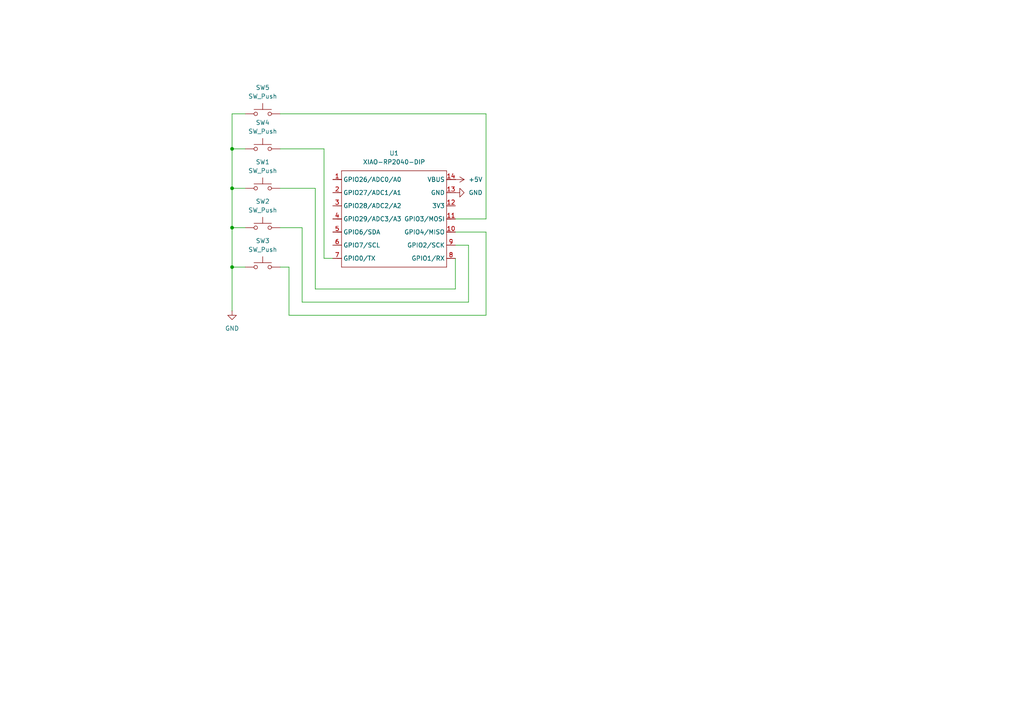
<source format=kicad_sch>
(kicad_sch (version 20250114) (generator "eeschema") (generator_version "9.0")
  (paper "A4")
  (lib_symbols
    (symbol "Switch:SW_Push" (pin_numbers (hide yes)) (pin_names (offset 1.016) (hide yes))
      (property "Reference" "SW" (at 1.27 2.54 0))
      (property "Value" "SW_Push" (at 0 -1.524 0))
      (symbol "SW_Push_0_1"
        (circle (center -2.032 0) (radius 0.508))
        (polyline (pts (xy 0 1.27) (xy 0 3.048)))
        (circle (center 2.032 0) (radius 0.508))
        (polyline (pts (xy 2.54 1.27) (xy -2.54 1.27)))
        (pin passive line (at -5.08 0 0) (length 2.54) (name "1") (number "1"))
        (pin passive line (at 5.08 0 180) (length 2.54) (name "2") (number "2"))
      )
    )
    (symbol "opl:XIAO-RP2040-DIP"
      (property "Reference" "U" (at 0 0 0))
      (property "Value" "XIAO-RP2040-DIP" (at 5.334 -1.778 0))
      (symbol "XIAO-RP2040-DIP_1_0"
        (polyline (pts (xy -1.27 -2.54) (xy 29.21 -2.54)) (stroke (width 0.1524)))
        (polyline (pts (xy -1.27 -5.08) (xy -2.54 -5.08)) (stroke (width 0.1524)))
        (polyline (pts (xy -1.27 -5.08) (xy -1.27 -2.54)) (stroke (width 0.1524)))
        (polyline (pts (xy -1.27 -8.89) (xy -2.54 -8.89)) (stroke (width 0.1524)))
        (polyline (pts (xy -1.27 -8.89) (xy -1.27 -5.08)) (stroke (width 0.1524)))
        (polyline (pts (xy -1.27 -12.7) (xy -2.54 -12.7)) (stroke (width 0.1524)))
        (polyline (pts (xy -1.27 -12.7) (xy -1.27 -8.89)) (stroke (width 0.1524)))
        (polyline (pts (xy -1.27 -16.51) (xy -2.54 -16.51)) (stroke (width 0.1524)))
        (polyline (pts (xy -1.27 -16.51) (xy -1.27 -12.7)) (stroke (width 0.1524)))
        (polyline (pts (xy -1.27 -20.32) (xy -2.54 -20.32)) (stroke (width 0.1524)))
        (polyline (pts (xy -1.27 -24.13) (xy -2.54 -24.13)) (stroke (width 0.1524)))
        (polyline (pts (xy -1.27 -27.94) (xy -2.54 -27.94)) (stroke (width 0.1524)))
        (polyline (pts (xy -1.27 -30.48) (xy -1.27 -16.51)) (stroke (width 0.1524)))
        (polyline (pts (xy 29.21 -2.54) (xy 29.21 -5.08)) (stroke (width 0.1524)))
        (polyline (pts (xy 29.21 -5.08) (xy 29.21 -8.89)) (stroke (width 0.1524)))
        (polyline (pts (xy 29.21 -8.89) (xy 29.21 -12.7)) (stroke (width 0.1524)))
        (polyline (pts (xy 29.21 -12.7) (xy 29.21 -30.48)) (stroke (width 0.1524)))
        (polyline (pts (xy 29.21 -30.48) (xy -1.27 -30.48)) (stroke (width 0.1524)))
        (polyline (pts (xy 30.48 -5.08) (xy 29.21 -5.08)) (stroke (width 0.1524)))
        (polyline (pts (xy 30.48 -8.89) (xy 29.21 -8.89)) (stroke (width 0.1524)))
        (polyline (pts (xy 30.48 -12.7) (xy 29.21 -12.7)) (stroke (width 0.1524)))
        (polyline (pts (xy 30.48 -16.51) (xy 29.21 -16.51)) (stroke (width 0.1524)))
        (polyline (pts (xy 30.48 -20.32) (xy 29.21 -20.32)) (stroke (width 0.1524)))
        (polyline (pts (xy 30.48 -24.13) (xy 29.21 -24.13)) (stroke (width 0.1524)))
        (polyline (pts (xy 30.48 -27.94) (xy 29.21 -27.94)) (stroke (width 0.1524)))
        (pin passive line (at -3.81 -5.08 0) (length 2.54) (name "GPIO26/ADC0/A0") (number "1"))
        (pin passive line (at -3.81 -8.89 0) (length 2.54) (name "GPIO27/ADC1/A1") (number "2"))
        (pin passive line (at -3.81 -12.7 0) (length 2.54) (name "GPIO28/ADC2/A2") (number "3"))
        (pin passive line (at -3.81 -16.51 0) (length 2.54) (name "GPIO29/ADC3/A3") (number "4"))
        (pin passive line (at -3.81 -20.32 0) (length 2.54) (name "GPIO6/SDA") (number "5"))
        (pin passive line (at -3.81 -24.13 0) (length 2.54) (name "GPIO7/SCL") (number "6"))
        (pin passive line (at -3.81 -27.94 0) (length 2.54) (name "GPIO0/TX") (number "7"))
        (pin passive line (at 31.75 -5.08 180) (length 2.54) (name "VBUS") (number "14"))
        (pin passive line (at 31.75 -8.89 180) (length 2.54) (name "GND") (number "13"))
        (pin passive line (at 31.75 -12.7 180) (length 2.54) (name "3V3") (number "12"))
        (pin passive line (at 31.75 -16.51 180) (length 2.54) (name "GPIO3/MOSI") (number "11"))
        (pin passive line (at 31.75 -20.32 180) (length 2.54) (name "GPIO4/MISO") (number "10"))
        (pin passive line (at 31.75 -24.13 180) (length 2.54) (name "GPIO2/SCK") (number "9"))
        (pin passive line (at 31.75 -27.94 180) (length 2.54) (name "GPIO1/RX") (number "8"))
      )
    )
    (symbol "power:+5V" (power) (pin_numbers (hide yes)) (pin_names (offset 0) (hide yes))
      (property "Value" "+5V" (at 0 3.556 0))
      (symbol "+5V_0_1"
        (polyline (pts (xy -0.762 1.27) (xy 0 2.54)))
        (polyline (pts (xy 0 2.54) (xy 0.762 1.27)))
        (polyline (pts (xy 0 0) (xy 0 2.54)))
      )
      (symbol "+5V_1_1"
        (pin power_in line (at 0 0 90) (length 0) (name "~") (number "1"))
      )
    )
    (symbol "power:GND" (power) (pin_numbers (hide yes)) (pin_names (offset 0) (hide yes))
      (property "Value" "GND" (at 0 -3.81 0))
      (symbol "GND_0_1"
        (polyline (pts (xy 0 0) (xy 0 -1.27) (xy 1.27 -1.27) (xy 0 -2.54) (xy -1.27 -1.27) (xy 0 -1.27)))
      )
      (symbol "GND_1_1"
        (pin power_in line (at 0 0 270) (length 0) (name "~") (number "1"))
      )
    )
  )
  (junction (at 67.31 77.47))
  (junction (at 67.31 66.04))
  (junction (at 67.31 54.61))
  (junction (at 67.31 43.18))
  (wire (pts (xy 140.97 33.02) (xy 140.97 63.5)))
  (wire (pts (xy 91.44 83.82) (xy 91.44 54.61)))
  (wire (pts (xy 67.31 77.47) (xy 71.12 77.47)))
  (wire (pts (xy 140.97 67.31) (xy 140.97 91.44)))
  (wire (pts (xy 135.89 71.12) (xy 135.89 87.63)))
  (wire (pts (xy 91.44 54.61) (xy 81.28 54.61)))
  (wire (pts (xy 83.82 91.44) (xy 83.82 77.47)))
  (wire (pts (xy 71.12 43.18) (xy 67.31 43.18)))
  (wire (pts (xy 135.89 87.63) (xy 87.63 87.63)))
  (wire (pts (xy 93.98 43.18) (xy 93.98 74.93)))
  (wire (pts (xy 140.97 91.44) (xy 83.82 91.44)))
  (wire (pts (xy 140.97 63.5) (xy 132.08 63.5)))
  (wire (pts (xy 67.31 43.18) (xy 67.31 54.61)))
  (wire (pts (xy 67.31 33.02) (xy 67.31 43.18)))
  (wire (pts (xy 132.08 74.93) (xy 132.08 83.82)))
  (wire (pts (xy 87.63 66.04) (xy 81.28 66.04)))
  (wire (pts (xy 81.28 33.02) (xy 140.97 33.02)))
  (wire (pts (xy 132.08 71.12) (xy 135.89 71.12)))
  (wire (pts (xy 87.63 87.63) (xy 87.63 66.04)))
  (wire (pts (xy 71.12 54.61) (xy 67.31 54.61)))
  (wire (pts (xy 81.28 43.18) (xy 93.98 43.18)))
  (wire (pts (xy 132.08 67.31) (xy 140.97 67.31)))
  (wire (pts (xy 132.08 83.82) (xy 91.44 83.82)))
  (wire (pts (xy 67.31 77.47) (xy 67.31 90.17)))
  (wire (pts (xy 67.31 66.04) (xy 67.31 77.47)))
  (wire (pts (xy 67.31 66.04) (xy 71.12 66.04)))
  (wire (pts (xy 83.82 77.47) (xy 81.28 77.47)))
  (wire (pts (xy 93.98 74.93) (xy 96.52 74.93)))
  (wire (pts (xy 71.12 33.02) (xy 67.31 33.02)))
  (wire (pts (xy 67.31 54.61) (xy 67.31 66.04)))
  (symbol (lib_id "Switch:SW_Push") (at 76.2 43.18 0) (unit 1)
    (property "Reference" "SW4" (at 76.2 35.56 0))
    (property "Value" "SW_Push" (at 76.2 38.1 0))
    (property "Footprint" "Button_Switch_Keyboard:SW_Cherry_MX_1.00u_PCB" (effects (hide yes)))
    (property "Description" "Push button switch, generic, two pins" (effects (hide yes)))
  )
  (symbol (lib_id "power:GND") (at 132.08 55.88 90) (unit 1)
    (property "Reference" "#PWR01" (effects (hide yes)))
    (property "Value" "GND" (at 135.89 55.8799 90) (effects (justify right)))
    (property "Description" "Power symbol creates a global label with name \"GND\" , ground" (effects (hide yes)))
  )
  (symbol (lib_id "Switch:SW_Push") (at 76.2 77.47 0) (unit 1)
    (property "Reference" "SW3" (at 76.2 69.85 0))
    (property "Value" "SW_Push" (at 76.2 72.39 0))
    (property "Footprint" "Button_Switch_Keyboard:SW_Cherry_MX_1.00u_PCB" (effects (hide yes)))
    (property "Description" "Push button switch, generic, two pins" (effects (hide yes)))
  )
  (symbol (lib_id "opl:XIAO-RP2040-DIP") (at 100.33 46.99 0) (unit 1)
    (property "Reference" "U1" (at 114.3 44.45 0))
    (property "Value" "XIAO-RP2040-DIP" (at 114.3 46.99 0))
    (property "Footprint" "Seeed Studio XIAO Series Library:XIAO-RP2040-DIP" (effects (hide yes)))
  )
  (symbol (lib_id "Switch:SW_Push") (at 76.2 33.02 0) (unit 1)
    (property "Reference" "SW5" (at 76.2 25.4 0))
    (property "Value" "SW_Push" (at 76.2 27.94 0))
    (property "Footprint" "Button_Switch_Keyboard:SW_Cherry_MX_1.00u_PCB" (effects (hide yes)))
    (property "Description" "Push button switch, generic, two pins" (effects (hide yes)))
  )
  (symbol (lib_id "power:GND") (at 67.31 90.17 0) (unit 1)
    (property "Reference" "#PWR02" (effects (hide yes)))
    (property "Value" "GND" (at 67.31 95.25 0))
    (property "Description" "Power symbol creates a global label with name \"GND\" , ground" (effects (hide yes)))
  )
  (symbol (lib_id "Switch:SW_Push") (at 76.2 54.61 0) (unit 1)
    (property "Reference" "SW1" (at 76.2 46.99 0))
    (property "Value" "SW_Push" (at 76.2 49.53 0))
    (property "Footprint" "Button_Switch_Keyboard:SW_Cherry_MX_1.00u_PCB" (effects (hide yes)))
    (property "Description" "Push button switch, generic, two pins" (effects (hide yes)))
  )
  (symbol (lib_id "Switch:SW_Push") (at 76.2 66.04 0) (unit 1)
    (property "Reference" "SW2" (at 76.2 58.42 0))
    (property "Value" "SW_Push" (at 76.2 60.96 0))
    (property "Footprint" "Button_Switch_Keyboard:SW_Cherry_MX_1.00u_PCB" (effects (hide yes)))
    (property "Description" "Push button switch, generic, two pins" (effects (hide yes)))
  )
  (symbol (lib_id "power:+5V") (at 132.08 52.07 270) (unit 1)
    (property "Reference" "#PWR03" (effects (hide yes)))
    (property "Value" "+5V" (at 135.89 52.0699 90) (effects (justify left)))
    (property "Description" "Power symbol creates a global label with name \"+5V\"" (effects (hide yes)))
  )
)
</source>
